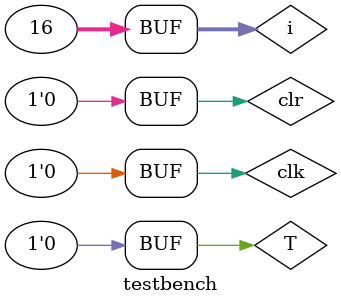
<source format=v>


module SR_Latch(
    output Q,
    output NQ,
    input S,
    input R
);

    nor #1 nor1(NQ, S, Q);
    nor #1 nor2(Q, R, NQ);

endmodule

module struct_T_FF(
    output Q,
    output NQ,
    input clk,
    input T,
    input clr
);

    wire wMs, wMr, wORclr, wSs, wSr, wNclk, wP, wNP;

    not #1 not1(wNclk, clk);

    and #1 and1(wMs, NQ, T, wNclk);
    and #1 and2(wMr, Q, T, wNclk);
    or #1 or1(wORclr, wMr, clr);

    SR_Latch masterSR(wP, wNP, wMs, wORclr);
    
    and #1 and3(wSs, wP, clk);
    and #1 and4(wSr, wNP, clk);

    SR_Latch slaveSR(Q, NQ, wSs, wSr);
    
endmodule

module behavior_T_FF(
    output reg Q, NQ,
    input clk,
    input T,
    input clr
);

    always @(posedge clk) begin
        if (clr) begin
            Q <= 1'b0;
            NQ <= 1'b1;
        end
        else if (T) begin
            Q <= ~Q;
            NQ <= ~NQ;
        end
    end

endmodule

module testbench;

    reg clk, T, clr;
    wire gQ, gNQ, bQ, bNQ;

    integer i, j;

    struct_T_FF t_flip(gQ, gNQ, clk, T, clr);
    behavior_T_FF t_flip_behave(bQ, bNQ, clk, T, clr);
    

    /* Clock Signal */
	initial begin
		clk = 1'b0;
		#50;
		for (i=0; i<16; i++) begin
			clk = ~clk;
			#50;
		end
	end

    initial begin
		/* Start with all zeros */
        clr = 1'b1;
        #100
        clr = 1'b0;
        #20
		T = 1'b0;
		#20;
        T = 1'b1;
        #50;
        T = 1'b0;
        #50;
        T = 1'b1;
        #50;
        T = 1'b0;
        #100;
        T = 1'b0;
        #50;
        T = 1'b1;
        #50;
        T = 1'b0;

	end


    initial begin
        $dumpfile("prob2.vcd");
        $dumpvars(0, testbench);     
    end

endmodule

</source>
